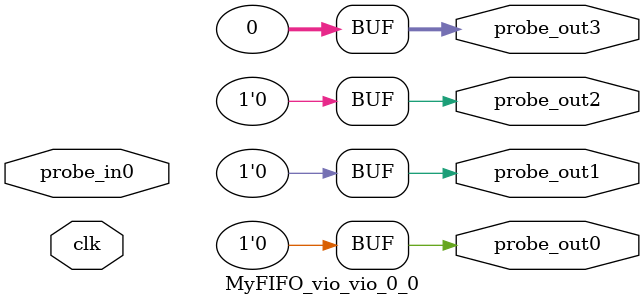
<source format=v>
`timescale 1ns / 1ps
module MyFIFO_vio_vio_0_0 (
clk,
probe_in0,
probe_out0,
probe_out1,
probe_out2,
probe_out3
);

input clk;
input [31 : 0] probe_in0;

output reg [0 : 0] probe_out0 = 'h0 ;
output reg [0 : 0] probe_out1 = 'h0 ;
output reg [0 : 0] probe_out2 = 'h0 ;
output reg [31 : 0] probe_out3 = 'h00000000 ;


endmodule

</source>
